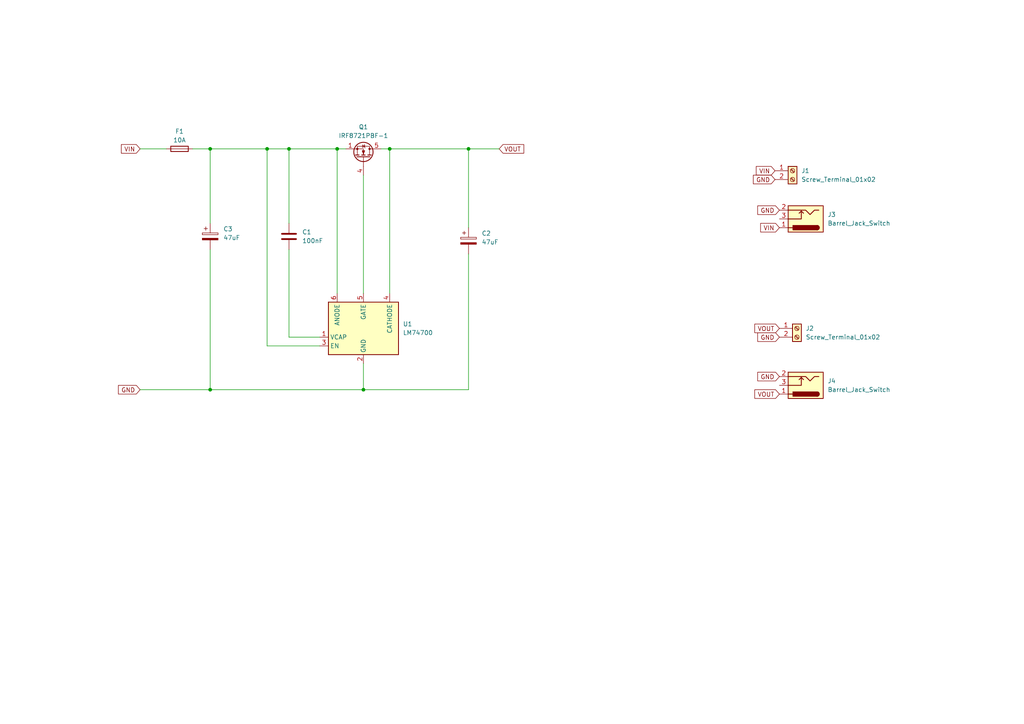
<source format=kicad_sch>
(kicad_sch (version 20230121) (generator eeschema)
  (paper "A4")
  (title_block (title "Ideale Diode") (date "2024-03-10") (rev "0.1"))
  (lib_symbols
    (symbol "Connector:Barrel_Jack_Switch" (pin_names hide)
      (property "Reference" "J" (at 0 5.334 0))
      (property "Value" "Barrel_Jack_Switch" (at 0 -5.08 0))
      (symbol "Barrel_Jack_Switch_0_1"
        (rectangle (start -5.08 3.81) (end 5.08 -3.81) (stroke (width 0.254)) (fill (type background)))
        (arc (start -3.302 3.175) (mid -3.9343 2.54) (end -3.302 1.905) (stroke (width 0.254)))
        (arc (start -3.302 3.175) (mid -3.9343 2.54) (end -3.302 1.905) (stroke (width 0.254)) (fill (type outline)))
        (polyline (pts (xy 1.27 -2.286) (xy 1.905 -1.651)) (stroke (width 0.254)))
        (polyline (pts (xy 5.08 2.54) (xy 3.81 2.54)) (stroke (width 0.254)))
        (polyline (pts (xy 5.08 0) (xy 1.27 0) (xy 1.27 -2.286) (xy 0.635 -1.651)) (stroke (width 0.254)))
        (polyline (pts (xy -3.81 -2.54) (xy -2.54 -2.54) (xy -1.27 -1.27) (xy 0 -2.54) (xy 2.54 -2.54) (xy 5.08 -2.54)) (stroke (width 0.254)))
        (rectangle (start 3.683 3.175) (end -3.302 1.905) (stroke (width 0.254)) (fill (type outline)))
      )
      (symbol "Barrel_Jack_Switch_1_1"
        (pin passive line (at 7.62 2.54 180) (length 2.54) (name "~") (number "1"))
        (pin passive line (at 7.62 -2.54 180) (length 2.54) (name "~") (number "2"))
        (pin passive line (at 7.62 0 180) (length 2.54) (name "~") (number "3"))
      )
    )
    (symbol "Connector:Screw_Terminal_01x02" (pin_names (offset 1.016) hide)
      (property "Reference" "J" (at 0 2.54 0))
      (property "Value" "Screw_Terminal_01x02" (at 0 -5.08 0))
      (symbol "Screw_Terminal_01x02_1_1"
        (rectangle (start -1.27 1.27) (end 1.27 -3.81) (stroke (width 0.254)) (fill (type background)))
        (circle (center 0 -2.54) (radius 0.635) (stroke (width 0.1524)))
        (polyline (pts (xy -0.5334 -2.2098) (xy 0.3302 -3.048)) (stroke (width 0.1524)))
        (polyline (pts (xy -0.5334 0.3302) (xy 0.3302 -0.508)) (stroke (width 0.1524)))
        (polyline (pts (xy -0.3556 -2.032) (xy 0.508 -2.8702)) (stroke (width 0.1524)))
        (polyline (pts (xy -0.3556 0.508) (xy 0.508 -0.3302)) (stroke (width 0.1524)))
        (circle (center 0 0) (radius 0.635) (stroke (width 0.1524)))
        (pin passive line (at -5.08 0 0) (length 3.81) (name "Pin_1") (number "1"))
        (pin passive line (at -5.08 -2.54 0) (length 3.81) (name "Pin_2") (number "2"))
      )
    )
    (symbol "Device:C" (pin_numbers hide) (pin_names (offset 0.254))
      (property "Reference" "C" (at 0.635 2.54 0))
      (property "Value" "C" (at 0.635 -2.54 0))
      (symbol "C_0_1"
        (polyline (pts (xy -2.032 -0.762) (xy 2.032 -0.762)) (stroke (width 0.508)))
        (polyline (pts (xy -2.032 0.762) (xy 2.032 0.762)) (stroke (width 0.508)))
      )
      (symbol "C_1_1"
        (pin passive line (at 0 3.81 270) (length 2.794) (name "~") (number "1"))
        (pin passive line (at 0 -3.81 90) (length 2.794) (name "~") (number "2"))
      )
    )
    (symbol "Device:C_Polarized" (pin_numbers hide) (pin_names (offset 0.254))
      (property "Reference" "C" (at 0.635 2.54 0))
      (property "Value" "C_Polarized" (at 0.635 -2.54 0))
      (symbol "C_Polarized_0_1"
        (rectangle (start -2.286 0.508) (end 2.286 1.016))
        (polyline (pts (xy -1.778 2.286) (xy -0.762 2.286)))
        (polyline (pts (xy -1.27 2.794) (xy -1.27 1.778)))
        (rectangle (start 2.286 -0.508) (end -2.286 -1.016) (fill (type outline)))
      )
      (symbol "C_Polarized_1_1"
        (pin passive line (at 0 3.81 270) (length 2.794) (name "~") (number "1"))
        (pin passive line (at 0 -3.81 90) (length 2.794) (name "~") (number "2"))
      )
    )
    (symbol "Device:Fuse" (pin_numbers hide) (pin_names (offset 0))
      (property "Reference" "F" (at 2.032 0 90))
      (property "Value" "Fuse" (at -1.905 0 90))
      (symbol "Fuse_0_1"
        (rectangle (start -0.762 -2.54) (end 0.762 2.54) (stroke (width 0.254)))
        (polyline (pts (xy 0 2.54) (xy 0 -2.54)))
      )
      (symbol "Fuse_1_1"
        (pin passive line (at 0 3.81 270) (length 1.27) (name "~") (number "1"))
        (pin passive line (at 0 -3.81 90) (length 1.27) (name "~") (number "2"))
      )
    )
    (symbol "Power_Management:LM74700"
      (property "Reference" "U" (at -9.525 -8.89 0))
      (property "Value" "LM74700" (at 7.62 -8.89 0))
      (symbol "LM74700_0_1"
        (rectangle (start -10.16 7.62) (end 10.16 -7.62) (stroke (width 0.254)) (fill (type background)))
      )
      (symbol "LM74700_1_1"
        (pin passive line (at -12.7 -2.54 0) (length 2.54) (name "VCAP") (number "1"))
        (pin power_in line (at 0 -10.16 90) (length 2.54) (name "GND") (number "2"))
        (pin input line (at -12.7 -5.08 0) (length 2.54) (name "EN") (number "3"))
        (pin input line (at 7.62 10.16 270) (length 2.54) (name "CATHODE") (number "4"))
        (pin output line (at 0 10.16 270) (length 2.54) (name "GATE") (number "5"))
        (pin power_in line (at -7.62 10.16 270) (length 2.54) (name "ANODE") (number "6"))
      )
    )
    (symbol "Transistor_FET:IRF8721PBF-1" (pin_names hide)
      (property "Reference" "Q" (at 5.08 2.54 0))
      (property "Value" "IRF8721PBF-1" (at 5.08 0 0))
      (symbol "IRF8721PBF-1_0_1"
        (polyline (pts (xy 0.254 0) (xy -2.54 0)))
        (polyline (pts (xy 0.254 1.905) (xy 0.254 -1.905)) (stroke (width 0.254)))
        (polyline (pts (xy 0.762 -1.27) (xy 0.762 -2.286)) (stroke (width 0.254)))
        (polyline (pts (xy 0.762 0.508) (xy 0.762 -0.508)) (stroke (width 0.254)))
        (polyline (pts (xy 0.762 2.286) (xy 0.762 1.27)) (stroke (width 0.254)))
        (polyline (pts (xy 2.54 2.54) (xy 2.54 1.778)))
        (polyline (pts (xy 2.54 -2.54) (xy 2.54 0) (xy 0.762 0)))
        (polyline (pts (xy 0.762 -1.778) (xy 3.302 -1.778) (xy 3.302 1.778) (xy 0.762 1.778)))
        (polyline (pts (xy 1.016 0) (xy 2.032 0.381) (xy 2.032 -0.381) (xy 1.016 0)) (fill (type outline)))
        (polyline (pts (xy 2.794 0.508) (xy 2.921 0.381) (xy 3.683 0.381) (xy 3.81 0.254)))
        (polyline (pts (xy 3.302 0.381) (xy 2.921 -0.254) (xy 3.683 -0.254) (xy 3.302 0.381)))
        (circle (center 1.651 0) (radius 2.794) (stroke (width 0.254)))
        (circle (center 2.54 -1.778) (radius 0.254) (fill (type outline)))
        (circle (center 2.54 1.778) (radius 0.254) (fill (type outline)))
      )
      (symbol "IRF8721PBF-1_1_1"
        (pin passive line (at 2.54 -5.08 90) (length 2.54) (name "S") (number "1"))
        (pin passive line (at 2.54 -5.08 90) (length 2.54) hide (name "S") (number "2"))
        (pin passive line (at 2.54 -5.08 90) (length 2.54) hide (name "S") (number "3"))
        (pin input line (at -5.08 0 0) (length 2.54) (name "G") (number "4"))
        (pin passive line (at 2.54 5.08 270) (length 2.54) (name "D") (number "5"))
        (pin passive line (at 2.54 5.08 270) (length 2.54) hide (name "D") (number "6"))
        (pin passive line (at 2.54 5.08 270) (length 2.54) hide (name "D") (number "7"))
        (pin passive line (at 2.54 5.08 270) (length 2.54) hide (name "D") (number "8"))
      )
    )
  )
  (junction (at 60.96 43.18))
  (junction (at 105.41 113.03))
  (junction (at 60.96 113.03))
  (junction (at 77.47 43.18))
  (junction (at 83.82 43.18))
  (junction (at 97.79 43.18))
  (junction (at 135.89 43.18))
  (junction (at 113.03 43.18))
  (wire (pts (xy 135.89 73.66) (xy 135.89 113.03)))
  (wire (pts (xy 40.64 113.03) (xy 60.96 113.03)))
  (wire (pts (xy 135.89 43.18) (xy 135.89 66.04)))
  (wire (pts (xy 60.96 113.03) (xy 105.41 113.03)))
  (wire (pts (xy 83.82 97.79) (xy 92.71 97.79)))
  (wire (pts (xy 77.47 100.33) (xy 77.47 43.18)))
  (wire (pts (xy 105.41 50.8) (xy 105.41 85.09)))
  (wire (pts (xy 105.41 113.03) (xy 135.89 113.03)))
  (wire (pts (xy 97.79 85.09) (xy 97.79 43.18)))
  (wire (pts (xy 97.79 43.18) (xy 100.33 43.18)))
  (wire (pts (xy 105.41 113.03) (xy 105.41 105.41)))
  (wire (pts (xy 77.47 43.18) (xy 83.82 43.18)))
  (wire (pts (xy 60.96 43.18) (xy 77.47 43.18)))
  (wire (pts (xy 135.89 43.18) (xy 113.03 43.18)))
  (wire (pts (xy 40.64 43.18) (xy 48.26 43.18)))
  (wire (pts (xy 60.96 72.39) (xy 60.96 113.03)))
  (wire (pts (xy 92.71 100.33) (xy 77.47 100.33)))
  (wire (pts (xy 55.88 43.18) (xy 60.96 43.18)))
  (wire (pts (xy 113.03 43.18) (xy 113.03 85.09)))
  (wire (pts (xy 60.96 43.18) (xy 60.96 64.77)))
  (wire (pts (xy 83.82 64.77) (xy 83.82 43.18)))
  (wire (pts (xy 110.49 43.18) (xy 113.03 43.18)))
  (wire (pts (xy 135.89 43.18) (xy 144.78 43.18)))
  (wire (pts (xy 83.82 43.18) (xy 97.79 43.18)))
  (wire (pts (xy 83.82 72.39) (xy 83.82 97.79)))
  (global_label "GND" (shape input) (at 226.06 97.79 180) (property "Intersheetrefs" "${INTERSHEET_REFS}" (effects hide)))
  (global_label "VOUT" (shape input) (at 226.06 95.25 180) (property "Intersheetrefs" "${INTERSHEET_REFS}" (effects hide)))
  (global_label "VOUT" (shape input) (at 226.06 114.3 180) (property "Intersheetrefs" "${INTERSHEET_REFS}" (effects hide)))
  (global_label "GND" (shape input) (at 40.64 113.03 180) (property "Intersheetrefs" "${INTERSHEET_REFS}" (effects hide)))
  (global_label "GND" (shape input) (at 226.06 109.22 180) (property "Intersheetrefs" "${INTERSHEET_REFS}" (effects hide)))
  (global_label "VIN" (shape input) (at 224.79 49.53 180) (property "Intersheetrefs" "${INTERSHEET_REFS}" (effects hide)))
  (global_label "VIN" (shape input) (at 40.64 43.18 180) (property "Intersheetrefs" "${INTERSHEET_REFS}" (effects hide)))
  (global_label "VOUT" (shape input) (at 144.78 43.18 0) (property "Intersheetrefs" "${INTERSHEET_REFS}" (effects hide)))
  (global_label "GND" (shape input) (at 226.06 60.96 180) (property "Intersheetrefs" "${INTERSHEET_REFS}" (effects hide)))
  (global_label "VIN" (shape input) (at 226.06 66.04 180) (property "Intersheetrefs" "${INTERSHEET_REFS}" (effects hide)))
  (global_label "GND" (shape input) (at 224.79 52.07 180) (property "Intersheetrefs" "${INTERSHEET_REFS}" (effects hide)))
  (symbol (lib_id "Connector:Screw_Terminal_01x02") (at 231.14 95.25 0) (unit 1)
    (property "Reference" "J2" (at 233.68 95.25 0) (effects (justify left)))
    (property "Value" "Screw_Terminal_01x02" (at 233.68 97.79 0) (effects (justify left)))
    (property "Footprint" "TerminalBlock:TerminalBlock_bornier-2_P5.08mm" (effects hide))
  )
  (symbol (lib_id "Device:C_Polarized") (at 60.96 68.58 0) (unit 1)
    (property "Reference" "C3" (at 64.77 66.421 0) (effects (justify left)))
    (property "Value" "47uF" (at 64.77 68.961 0) (effects (justify left)))
    (property "Footprint" "Capacitor_THT:CP_Radial_D6.3mm_P2.50mm" (effects hide))
  )
  (symbol (lib_id "Device:C_Polarized") (at 135.89 69.85 0) (unit 1)
    (property "Reference" "C2" (at 139.7 67.691 0) (effects (justify left)))
    (property "Value" "47uF" (at 139.7 70.231 0) (effects (justify left)))
    (property "Footprint" "Capacitor_THT:CP_Radial_D6.3mm_P2.50mm" (effects hide))
  )
  (symbol (lib_id "Device:C") (at 83.82 68.58 0) (unit 1)
    (property "Reference" "C1" (at 87.63 67.31 0) (effects (justify left)))
    (property "Value" "100nF" (at 87.63 69.85 0) (effects (justify left)))
    (property "Footprint" "Capacitor_SMD:C_1206_3216Metric" (effects hide))
  )
  (symbol (lib_id "Power_Management:LM74700") (at 105.41 95.25 0) (unit 1)
    (property "Reference" "U1" (at 116.84 93.98 0) (effects (justify left)))
    (property "Value" "LM74700" (at 116.84 96.52 0) (effects (justify left)))
    (property "Footprint" "Package_TO_SOT_SMD:SOT-23-6" (effects hide))
    (property "Datasheet" "http://www.ti.com/lit/gpn/LM74700-Q1" (effects hide))
  )
  (symbol (lib_id "Connector:Barrel_Jack_Switch") (at 233.68 111.76 180) (unit 1)
    (property "Reference" "J4" (at 240.03 110.49 0) (effects (justify right)))
    (property "Value" "Barrel_Jack_Switch" (at 240.03 113.03 0) (effects (justify right)))
  )
  (symbol (lib_id "Device:Fuse") (at 52.07 43.18 90) (unit 1)
    (property "Reference" "F1" (at 52.07 38.1 90))
    (property "Value" "10A" (at 52.07 40.64 90))
    (property "Footprint" "Fuse:Fuseholder_Clip-5x20mm_Littelfuse_519_Inline_P20.60x5.00mm_D1.00mm_Horizontal" (effects hide))
  )
  (symbol (lib_id "Connector:Barrel_Jack_Switch") (at 233.68 63.5 180) (unit 1)
    (property "Reference" "J3" (at 240.03 62.23 0) (effects (justify right)))
    (property "Value" "Barrel_Jack_Switch" (at 240.03 64.77 0) (effects (justify right)))
  )
  (symbol (lib_id "Transistor_FET:IRF8721PBF-1") (at 105.41 45.72 270) (mirror x) (unit 1)
    (property "Reference" "Q1" (at 105.41 36.83 90))
    (property "Value" "IRF8721PBF-1" (at 105.41 39.37 90))
    (property "Footprint" "Package_SO:SOIC-8_3.9x4.9mm_P1.27mm" (effects hide))
    (property "Datasheet" "http://www.irf.com/product-info/datasheets/data/irf8721pbf-1.pdf" (effects hide))
  )
  (symbol (lib_id "Connector:Screw_Terminal_01x02") (at 229.87 49.53 0) (unit 1)
    (property "Reference" "J1" (at 232.41 49.53 0) (effects (justify left)))
    (property "Value" "Screw_Terminal_01x02" (at 232.41 52.07 0) (effects (justify left)))
    (property "Footprint" "TerminalBlock:TerminalBlock_bornier-2_P5.08mm" (effects hide))
  )
)
</source>
